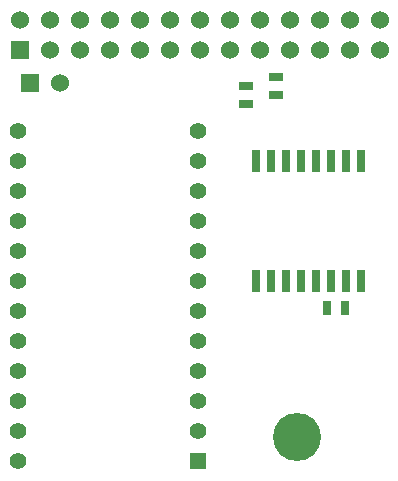
<source format=gbs>
G04 (created by PCBNEW (2013-may-18)-stable) date Sun 22 Jun 2014 12:37:11 AM EDT*
%MOIN*%
G04 Gerber Fmt 3.4, Leading zero omitted, Abs format*
%FSLAX34Y34*%
G01*
G70*
G90*
G04 APERTURE LIST*
%ADD10C,0.00590551*%
%ADD11R,0.06X0.06*%
%ADD12C,0.06*%
%ADD13C,0.16*%
%ADD14R,0.055X0.055*%
%ADD15C,0.055*%
%ADD16R,0.025X0.045*%
%ADD17R,0.025X0.075*%
%ADD18R,0.045X0.025*%
G04 APERTURE END LIST*
G54D10*
G54D11*
X25881Y-30005D03*
G54D12*
X25881Y-29005D03*
X26881Y-30005D03*
X26881Y-29005D03*
X27881Y-30005D03*
X27881Y-29005D03*
X28881Y-30005D03*
X28881Y-29005D03*
X29881Y-30005D03*
X29881Y-29005D03*
X30881Y-30005D03*
X30881Y-29005D03*
X31881Y-30005D03*
X31881Y-29005D03*
X32881Y-30005D03*
X32881Y-29005D03*
X33881Y-30005D03*
X33881Y-29005D03*
X34881Y-30005D03*
X34881Y-29005D03*
X35881Y-30005D03*
X35881Y-29005D03*
X36881Y-30005D03*
X36881Y-29005D03*
X37881Y-30005D03*
X37881Y-29005D03*
G54D13*
X35100Y-42900D03*
G54D14*
X31800Y-43700D03*
G54D15*
X31800Y-42700D03*
X31800Y-41700D03*
X31800Y-40700D03*
X31800Y-39700D03*
X31800Y-38700D03*
X31800Y-37700D03*
X31800Y-36700D03*
X31800Y-35700D03*
X31800Y-34700D03*
X31800Y-33700D03*
X31800Y-32700D03*
X25800Y-32700D03*
X25800Y-33700D03*
X25800Y-34700D03*
X25800Y-35700D03*
X25800Y-36700D03*
X25800Y-37700D03*
X25800Y-38700D03*
X25800Y-39700D03*
X25800Y-40700D03*
X25800Y-41700D03*
X25800Y-42700D03*
X25800Y-43700D03*
G54D11*
X26200Y-31100D03*
G54D12*
X27200Y-31100D03*
G54D16*
X36100Y-38600D03*
X36700Y-38600D03*
G54D17*
X37250Y-37700D03*
X36750Y-37700D03*
X36250Y-37700D03*
X35750Y-37700D03*
X35250Y-37700D03*
X34750Y-37700D03*
X34250Y-37700D03*
X33750Y-37700D03*
X33750Y-33700D03*
X34250Y-33700D03*
X34750Y-33700D03*
X35250Y-33700D03*
X35750Y-33700D03*
X36250Y-33700D03*
X36750Y-33700D03*
X37250Y-33700D03*
G54D18*
X34400Y-31500D03*
X34400Y-30900D03*
X33400Y-31800D03*
X33400Y-31200D03*
M02*

</source>
